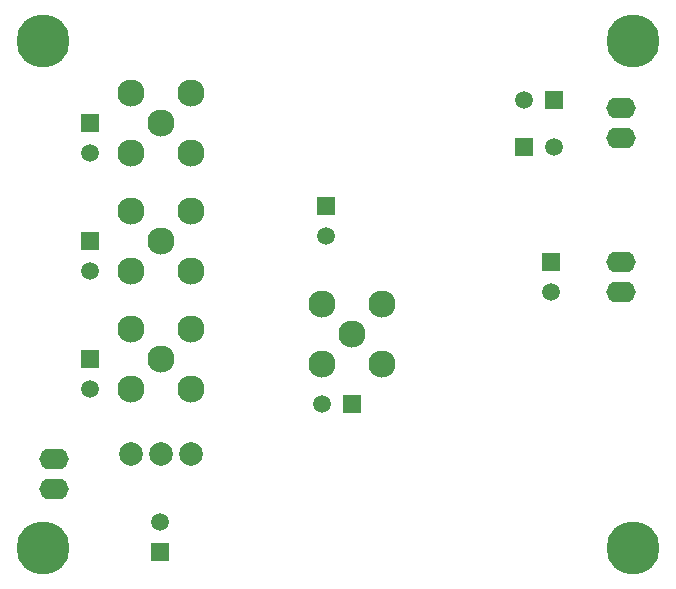
<source format=gbs>
G04*
G04 #@! TF.GenerationSoftware,Altium Limited,Altium Designer,25.0.2 (28)*
G04*
G04 Layer_Color=16711935*
%FSLAX44Y44*%
%MOMM*%
G71*
G04*
G04 #@! TF.SameCoordinates,03372A04-C462-4CF8-ACA0-C5B6D0AAF50A*
G04*
G04*
G04 #@! TF.FilePolarity,Negative*
G04*
G01*
G75*
%ADD19C,4.5000*%
%ADD20O,2.5000X1.7500*%
%ADD21R,1.5200X1.5200*%
%ADD22C,1.5200*%
%ADD23C,2.3000*%
%ADD24R,1.5200X1.5200*%
%ADD25C,2.0000*%
D19*
X530000Y460000D02*
D03*
Y30000D02*
D03*
X30000Y460000D02*
D03*
Y30000D02*
D03*
D20*
X40000Y105700D02*
D03*
Y80300D02*
D03*
X520000Y377300D02*
D03*
Y402700D02*
D03*
X520000Y247300D02*
D03*
Y272700D02*
D03*
D21*
X70000Y190000D02*
D03*
Y290000D02*
D03*
X70000Y390000D02*
D03*
X460000Y272700D02*
D03*
X129000Y27300D02*
D03*
X270000Y320000D02*
D03*
D22*
X70000Y164600D02*
D03*
Y264600D02*
D03*
X70000Y364600D02*
D03*
X460000Y247300D02*
D03*
X437300Y410000D02*
D03*
X462700Y370000D02*
D03*
X129000Y52700D02*
D03*
X270000Y294600D02*
D03*
X266468Y151868D02*
D03*
D23*
X130000Y190000D02*
D03*
X104600Y215400D02*
D03*
Y164600D02*
D03*
X155400D02*
D03*
Y215400D02*
D03*
X130000Y290000D02*
D03*
X104600Y264600D02*
D03*
X155400D02*
D03*
Y315400D02*
D03*
X104600D02*
D03*
X130000Y390000D02*
D03*
X104600Y415400D02*
D03*
Y364600D02*
D03*
X155400D02*
D03*
Y415400D02*
D03*
X291868Y211868D02*
D03*
X266468Y237268D02*
D03*
Y186468D02*
D03*
X317268D02*
D03*
Y237268D02*
D03*
D24*
X462700Y410000D02*
D03*
X437300Y370000D02*
D03*
X291868Y151868D02*
D03*
D25*
X130000Y110000D02*
D03*
X104600D02*
D03*
X155400D02*
D03*
M02*

</source>
